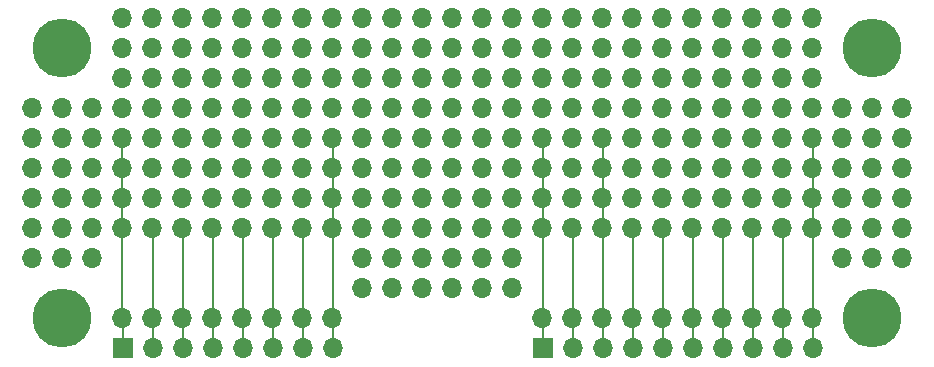
<source format=gbr>
%TF.GenerationSoftware,KiCad,Pcbnew,8.0.4*%
%TF.CreationDate,2024-10-06T22:56:44+03:00*%
%TF.ProjectId,Flipper Zero Protoboard mini,466c6970-7065-4722-905a-65726f205072,rev?*%
%TF.SameCoordinates,Original*%
%TF.FileFunction,Copper,L1,Top*%
%TF.FilePolarity,Positive*%
%FSLAX46Y46*%
G04 Gerber Fmt 4.6, Leading zero omitted, Abs format (unit mm)*
G04 Created by KiCad (PCBNEW 8.0.4) date 2024-10-06 22:56:44*
%MOMM*%
%LPD*%
G01*
G04 APERTURE LIST*
%TA.AperFunction,ComponentPad*%
%ADD10O,5.000000X5.000000*%
%TD*%
%TA.AperFunction,ComponentPad*%
%ADD11R,1.700000X1.700000*%
%TD*%
%TA.AperFunction,ComponentPad*%
%ADD12O,1.700000X1.700000*%
%TD*%
%TA.AperFunction,Conductor*%
%ADD13C,0.200000*%
%TD*%
G04 APERTURE END LIST*
D10*
%TO.P,,1*%
%TO.N,N/C*%
X119715000Y-79290000D03*
%TD*%
%TO.P,,1*%
%TO.N,N/C*%
X119715000Y-56450000D03*
%TD*%
%TO.P,,1*%
%TO.N,N/C*%
X51135000Y-56450000D03*
%TD*%
%TO.P,,1*%
%TO.N,N/C*%
X51135000Y-79290000D03*
%TD*%
D11*
%TO.P,REF\u002A\u002A,1*%
%TO.N,N/C*%
X91800000Y-81830000D03*
D12*
%TO.P,REF\u002A\u002A,2*%
X94340000Y-81830000D03*
%TO.P,REF\u002A\u002A,3*%
X96880000Y-81830000D03*
%TO.P,REF\u002A\u002A,4*%
X99420000Y-81830000D03*
%TO.P,REF\u002A\u002A,5*%
X101960000Y-81830000D03*
%TO.P,REF\u002A\u002A,6*%
X104500000Y-81830000D03*
%TO.P,REF\u002A\u002A,7*%
X107040000Y-81830000D03*
%TO.P,REF\u002A\u002A,8*%
X109580000Y-81830000D03*
%TO.P,REF\u002A\u002A,9*%
X112120000Y-81830000D03*
%TO.P,REF\u002A\u002A,10*%
X114660000Y-81830000D03*
%TD*%
D11*
%TO.P,REF\u002A\u002A,1*%
%TO.N,N/C*%
X56240000Y-81830000D03*
D12*
%TO.P,REF\u002A\u002A,2*%
X58780000Y-81830000D03*
%TO.P,REF\u002A\u002A,3*%
X61320000Y-81830000D03*
%TO.P,REF\u002A\u002A,4*%
X63860000Y-81830000D03*
%TO.P,REF\u002A\u002A,5*%
X66400000Y-81830000D03*
%TO.P,REF\u002A\u002A,6*%
X68940000Y-81830000D03*
%TO.P,REF\u002A\u002A,7*%
X71480000Y-81830000D03*
%TO.P,REF\u002A\u002A,8*%
X74020000Y-81830000D03*
%TD*%
%TO.P,REF\u002A\u002A4,1*%
%TO.N,N/C*%
X66375000Y-53910000D03*
%TD*%
%TO.P,REF\u002A\u002A6,1*%
%TO.N,N/C*%
X71455000Y-53910000D03*
%TD*%
%TO.P,REF\u002A\u002A18,1*%
%TO.N,N/C*%
X101935000Y-53910000D03*
%TD*%
%TO.P,REF\u002A\u002A5,1*%
%TO.N,N/C*%
X68915000Y-53910000D03*
%TD*%
%TO.P,REF\u002A\u002A,1*%
%TO.N,N/C*%
X56215000Y-53910000D03*
%TD*%
%TO.P,REF\u002A\u002A17,1*%
%TO.N,N/C*%
X99395000Y-53910000D03*
%TD*%
%TO.P,REF\u002A\u002A2,1*%
%TO.N,N/C*%
X61295000Y-53910000D03*
%TD*%
%TO.P,REF\u002A\u002A22,1*%
%TO.N,N/C*%
X112095000Y-53910000D03*
%TD*%
%TO.P,REF\u002A\u002A1,1*%
%TO.N,N/C*%
X58755000Y-53910000D03*
%TD*%
%TO.P,REF\u002A\u002A7,1*%
%TO.N,N/C*%
X73995000Y-53910000D03*
%TD*%
%TO.P,REF\u002A\u002A20,1*%
%TO.N,N/C*%
X107015000Y-53910000D03*
%TD*%
%TO.P,REF\u002A\u002A10,1*%
%TO.N,N/C*%
X81615000Y-53910000D03*
%TD*%
%TO.P,REF\u002A\u002A9,1*%
%TO.N,N/C*%
X79075000Y-53910000D03*
%TD*%
%TO.P,REF\u002A\u002A13,1*%
%TO.N,N/C*%
X89235000Y-53910000D03*
%TD*%
%TO.P,REF\u002A\u002A11,1*%
%TO.N,N/C*%
X84155000Y-53910000D03*
%TD*%
%TO.P,REF\u002A\u002A3,1*%
%TO.N,N/C*%
X63835000Y-53910000D03*
%TD*%
%TO.P,REF\u002A\u002A8,1*%
%TO.N,N/C*%
X76535000Y-53910000D03*
%TD*%
%TO.P,REF\u002A\u002A23,1*%
%TO.N,N/C*%
X114635000Y-53910000D03*
%TD*%
%TO.P,REF\u002A\u002A19,1*%
%TO.N,N/C*%
X104475000Y-53910000D03*
%TD*%
%TO.P,REF\u002A\u002A14,1*%
%TO.N,N/C*%
X91775000Y-53910000D03*
%TD*%
%TO.P,REF\u002A\u002A15,1*%
%TO.N,N/C*%
X94315000Y-53910000D03*
%TD*%
%TO.P,REF\u002A\u002A21,1*%
%TO.N,N/C*%
X109555000Y-53910000D03*
%TD*%
%TO.P,REF\u002A\u002A16,1*%
%TO.N,N/C*%
X96855000Y-53910000D03*
%TD*%
%TO.P,REF\u002A\u002A12,1*%
%TO.N,N/C*%
X86695000Y-53910000D03*
%TD*%
%TO.P,REF\u002A\u002A4,1*%
%TO.N,N/C*%
X66375000Y-56450000D03*
%TD*%
%TO.P,REF\u002A\u002A6,1*%
%TO.N,N/C*%
X71455000Y-56450000D03*
%TD*%
%TO.P,REF\u002A\u002A18,1*%
%TO.N,N/C*%
X101935000Y-56450000D03*
%TD*%
%TO.P,REF\u002A\u002A5,1*%
%TO.N,N/C*%
X68915000Y-56450000D03*
%TD*%
%TO.P,REF\u002A\u002A,1*%
%TO.N,N/C*%
X56215000Y-56450000D03*
%TD*%
%TO.P,REF\u002A\u002A17,1*%
%TO.N,N/C*%
X99395000Y-56450000D03*
%TD*%
%TO.P,REF\u002A\u002A2,1*%
%TO.N,N/C*%
X61295000Y-56450000D03*
%TD*%
%TO.P,REF\u002A\u002A22,1*%
%TO.N,N/C*%
X112095000Y-56450000D03*
%TD*%
%TO.P,REF\u002A\u002A1,1*%
%TO.N,N/C*%
X58755000Y-56450000D03*
%TD*%
%TO.P,REF\u002A\u002A7,1*%
%TO.N,N/C*%
X73995000Y-56450000D03*
%TD*%
%TO.P,REF\u002A\u002A20,1*%
%TO.N,N/C*%
X107015000Y-56450000D03*
%TD*%
%TO.P,REF\u002A\u002A10,1*%
%TO.N,N/C*%
X81615000Y-56450000D03*
%TD*%
%TO.P,REF\u002A\u002A9,1*%
%TO.N,N/C*%
X79075000Y-56450000D03*
%TD*%
%TO.P,REF\u002A\u002A13,1*%
%TO.N,N/C*%
X89235000Y-56450000D03*
%TD*%
%TO.P,REF\u002A\u002A11,1*%
%TO.N,N/C*%
X84155000Y-56450000D03*
%TD*%
%TO.P,REF\u002A\u002A3,1*%
%TO.N,N/C*%
X63835000Y-56450000D03*
%TD*%
%TO.P,REF\u002A\u002A8,1*%
%TO.N,N/C*%
X76535000Y-56450000D03*
%TD*%
%TO.P,REF\u002A\u002A23,1*%
%TO.N,N/C*%
X114635000Y-56450000D03*
%TD*%
%TO.P,REF\u002A\u002A19,1*%
%TO.N,N/C*%
X104475000Y-56450000D03*
%TD*%
%TO.P,REF\u002A\u002A14,1*%
%TO.N,N/C*%
X91775000Y-56450000D03*
%TD*%
%TO.P,REF\u002A\u002A15,1*%
%TO.N,N/C*%
X94315000Y-56450000D03*
%TD*%
%TO.P,REF\u002A\u002A21,1*%
%TO.N,N/C*%
X109555000Y-56450000D03*
%TD*%
%TO.P,REF\u002A\u002A16,1*%
%TO.N,N/C*%
X96855000Y-56450000D03*
%TD*%
%TO.P,REF\u002A\u002A12,1*%
%TO.N,N/C*%
X86695000Y-56450000D03*
%TD*%
%TO.P,REF\u002A\u002A4,1*%
%TO.N,N/C*%
X66375000Y-58990000D03*
%TD*%
%TO.P,REF\u002A\u002A6,1*%
%TO.N,N/C*%
X71455000Y-58990000D03*
%TD*%
%TO.P,REF\u002A\u002A18,1*%
%TO.N,N/C*%
X101935000Y-58990000D03*
%TD*%
%TO.P,REF\u002A\u002A5,1*%
%TO.N,N/C*%
X68915000Y-58990000D03*
%TD*%
%TO.P,REF\u002A\u002A,1*%
%TO.N,N/C*%
X56215000Y-58990000D03*
%TD*%
%TO.P,REF\u002A\u002A17,1*%
%TO.N,N/C*%
X99395000Y-58990000D03*
%TD*%
%TO.P,REF\u002A\u002A2,1*%
%TO.N,N/C*%
X61295000Y-58990000D03*
%TD*%
%TO.P,REF\u002A\u002A22,1*%
%TO.N,N/C*%
X112095000Y-58990000D03*
%TD*%
%TO.P,REF\u002A\u002A1,1*%
%TO.N,N/C*%
X58755000Y-58990000D03*
%TD*%
%TO.P,REF\u002A\u002A7,1*%
%TO.N,N/C*%
X73995000Y-58990000D03*
%TD*%
%TO.P,REF\u002A\u002A20,1*%
%TO.N,N/C*%
X107015000Y-58990000D03*
%TD*%
%TO.P,REF\u002A\u002A10,1*%
%TO.N,N/C*%
X81615000Y-58990000D03*
%TD*%
%TO.P,REF\u002A\u002A9,1*%
%TO.N,N/C*%
X79075000Y-58990000D03*
%TD*%
%TO.P,REF\u002A\u002A13,1*%
%TO.N,N/C*%
X89235000Y-58990000D03*
%TD*%
%TO.P,REF\u002A\u002A11,1*%
%TO.N,N/C*%
X84155000Y-58990000D03*
%TD*%
%TO.P,REF\u002A\u002A3,1*%
%TO.N,N/C*%
X63835000Y-58990000D03*
%TD*%
%TO.P,REF\u002A\u002A8,1*%
%TO.N,N/C*%
X76535000Y-58990000D03*
%TD*%
%TO.P,REF\u002A\u002A23,1*%
%TO.N,N/C*%
X114635000Y-58990000D03*
%TD*%
%TO.P,REF\u002A\u002A19,1*%
%TO.N,N/C*%
X104475000Y-58990000D03*
%TD*%
%TO.P,REF\u002A\u002A14,1*%
%TO.N,N/C*%
X91775000Y-58990000D03*
%TD*%
%TO.P,REF\u002A\u002A15,1*%
%TO.N,N/C*%
X94315000Y-58990000D03*
%TD*%
%TO.P,REF\u002A\u002A21,1*%
%TO.N,N/C*%
X109555000Y-58990000D03*
%TD*%
%TO.P,REF\u002A\u002A16,1*%
%TO.N,N/C*%
X96855000Y-58990000D03*
%TD*%
%TO.P,REF\u002A\u002A12,1*%
%TO.N,N/C*%
X86695000Y-58990000D03*
%TD*%
%TO.P,REF\u002A\u002A6,1*%
%TO.N,N/C*%
X71455000Y-61530000D03*
%TD*%
%TO.P,REF\u002A\u002A1,1*%
%TO.N,N/C*%
X58755000Y-61530000D03*
%TD*%
%TO.P,REF\u002A\u002A5,1*%
%TO.N,N/C*%
X68915000Y-61530000D03*
%TD*%
%TO.P,REF\u002A\u002A,1*%
%TO.N,N/C*%
X56215000Y-61530000D03*
%TD*%
%TO.P,REF\u002A\u002A7,1*%
%TO.N,N/C*%
X73995000Y-61530000D03*
%TD*%
%TO.P,REF\u002A\u002A4,1*%
%TO.N,N/C*%
X66375000Y-61530000D03*
%TD*%
%TO.P,REF\u002A\u002A2,1*%
%TO.N,N/C*%
X61295000Y-61530000D03*
%TD*%
%TO.P,REF\u002A\u002A17,1*%
%TO.N,N/C*%
X99395000Y-61530000D03*
%TD*%
%TO.P,REF\u002A\u002A20,1*%
%TO.N,N/C*%
X107015000Y-61530000D03*
%TD*%
%TO.P,REF\u002A\u002A18,1*%
%TO.N,N/C*%
X101935000Y-61530000D03*
%TD*%
%TO.P,REF\u002A\u002A22,1*%
%TO.N,N/C*%
X112095000Y-61530000D03*
%TD*%
%TO.P,REF\u002A\u002A19,1*%
%TO.N,N/C*%
X104475000Y-61530000D03*
%TD*%
%TO.P,REF\u002A\u002A14,1*%
%TO.N,N/C*%
X91775000Y-61530000D03*
%TD*%
%TO.P,REF\u002A\u002A15,1*%
%TO.N,N/C*%
X94315000Y-61530000D03*
%TD*%
%TO.P,REF\u002A\u002A23,1*%
%TO.N,N/C*%
X114635000Y-61530000D03*
%TD*%
%TO.P,REF\u002A\u002A21,1*%
%TO.N,N/C*%
X109555000Y-61530000D03*
%TD*%
%TO.P,REF\u002A\u002A10,1*%
%TO.N,N/C*%
X81615000Y-61530000D03*
%TD*%
%TO.P,REF\u002A\u002A16,1*%
%TO.N,N/C*%
X96855000Y-61530000D03*
%TD*%
%TO.P,REF\u002A\u002A9,1*%
%TO.N,N/C*%
X79075000Y-61530000D03*
%TD*%
%TO.P,REF\u002A\u002A13,1*%
%TO.N,N/C*%
X89235000Y-61530000D03*
%TD*%
%TO.P,REF\u002A\u002A12,1*%
%TO.N,N/C*%
X86695000Y-61530000D03*
%TD*%
%TO.P,REF\u002A\u002A8,1*%
%TO.N,N/C*%
X76535000Y-61530000D03*
%TD*%
%TO.P,REF\u002A\u002A11,1*%
%TO.N,N/C*%
X84155000Y-61530000D03*
%TD*%
%TO.P,REF\u002A\u002A,1*%
%TO.N,N/C*%
X117175000Y-61530000D03*
%TD*%
%TO.P,REF\u002A\u002A2,1*%
%TO.N,N/C*%
X122255000Y-61530000D03*
%TD*%
%TO.P,REF\u002A\u002A2,1*%
%TO.N,N/C*%
X53675000Y-61530000D03*
%TD*%
%TO.P,REF\u002A\u002A,1*%
%TO.N,N/C*%
X48595000Y-61530000D03*
%TD*%
%TO.P,REF\u002A\u002A1,1*%
%TO.N,N/C*%
X51135000Y-61530000D03*
%TD*%
%TO.P,REF\u002A\u002A3,1*%
%TO.N,N/C*%
X63835000Y-61530000D03*
%TD*%
%TO.P,REF\u002A\u002A1,1*%
%TO.N,N/C*%
X119715000Y-61530000D03*
%TD*%
%TO.P,REF\u002A\u002A6,1*%
%TO.N,N/C*%
X71455000Y-64070000D03*
%TD*%
%TO.P,REF\u002A\u002A1,1*%
%TO.N,N/C*%
X58755000Y-64070000D03*
%TD*%
%TO.P,REF\u002A\u002A5,1*%
%TO.N,N/C*%
X68915000Y-64070000D03*
%TD*%
%TO.P,REF\u002A\u002A,1*%
%TO.N,N/C*%
X56215000Y-64070000D03*
%TD*%
%TO.P,REF\u002A\u002A7,1*%
%TO.N,N/C*%
X73995000Y-64070000D03*
%TD*%
%TO.P,REF\u002A\u002A4,1*%
%TO.N,N/C*%
X66375000Y-64070000D03*
%TD*%
%TO.P,REF\u002A\u002A2,1*%
%TO.N,N/C*%
X61295000Y-64070000D03*
%TD*%
%TO.P,REF\u002A\u002A17,1*%
%TO.N,N/C*%
X99395000Y-64070000D03*
%TD*%
%TO.P,REF\u002A\u002A20,1*%
%TO.N,N/C*%
X107015000Y-64070000D03*
%TD*%
%TO.P,REF\u002A\u002A18,1*%
%TO.N,N/C*%
X101935000Y-64070000D03*
%TD*%
%TO.P,REF\u002A\u002A22,1*%
%TO.N,N/C*%
X112095000Y-64070000D03*
%TD*%
%TO.P,REF\u002A\u002A19,1*%
%TO.N,N/C*%
X104475000Y-64070000D03*
%TD*%
%TO.P,REF\u002A\u002A14,1*%
%TO.N,N/C*%
X91775000Y-64070000D03*
%TD*%
%TO.P,REF\u002A\u002A15,1*%
%TO.N,N/C*%
X94315000Y-64070000D03*
%TD*%
%TO.P,REF\u002A\u002A23,1*%
%TO.N,N/C*%
X114635000Y-64070000D03*
%TD*%
%TO.P,REF\u002A\u002A21,1*%
%TO.N,N/C*%
X109555000Y-64070000D03*
%TD*%
%TO.P,REF\u002A\u002A10,1*%
%TO.N,N/C*%
X81615000Y-64070000D03*
%TD*%
%TO.P,REF\u002A\u002A16,1*%
%TO.N,N/C*%
X96855000Y-64070000D03*
%TD*%
%TO.P,REF\u002A\u002A9,1*%
%TO.N,N/C*%
X79075000Y-64070000D03*
%TD*%
%TO.P,REF\u002A\u002A13,1*%
%TO.N,N/C*%
X89235000Y-64070000D03*
%TD*%
%TO.P,REF\u002A\u002A12,1*%
%TO.N,N/C*%
X86695000Y-64070000D03*
%TD*%
%TO.P,REF\u002A\u002A8,1*%
%TO.N,N/C*%
X76535000Y-64070000D03*
%TD*%
%TO.P,REF\u002A\u002A11,1*%
%TO.N,N/C*%
X84155000Y-64070000D03*
%TD*%
%TO.P,REF\u002A\u002A,1*%
%TO.N,N/C*%
X117175000Y-64070000D03*
%TD*%
%TO.P,REF\u002A\u002A2,1*%
%TO.N,N/C*%
X122255000Y-64070000D03*
%TD*%
%TO.P,REF\u002A\u002A2,1*%
%TO.N,N/C*%
X53675000Y-64070000D03*
%TD*%
%TO.P,REF\u002A\u002A,1*%
%TO.N,N/C*%
X48595000Y-64070000D03*
%TD*%
%TO.P,REF\u002A\u002A1,1*%
%TO.N,N/C*%
X51135000Y-64070000D03*
%TD*%
%TO.P,REF\u002A\u002A3,1*%
%TO.N,N/C*%
X63835000Y-64070000D03*
%TD*%
%TO.P,REF\u002A\u002A1,1*%
%TO.N,N/C*%
X119715000Y-64070000D03*
%TD*%
%TO.P,REF\u002A\u002A6,1*%
%TO.N,N/C*%
X71455000Y-66610000D03*
%TD*%
%TO.P,REF\u002A\u002A1,1*%
%TO.N,N/C*%
X58755000Y-66610000D03*
%TD*%
%TO.P,REF\u002A\u002A5,1*%
%TO.N,N/C*%
X68915000Y-66610000D03*
%TD*%
%TO.P,REF\u002A\u002A,1*%
%TO.N,N/C*%
X56215000Y-66610000D03*
%TD*%
%TO.P,REF\u002A\u002A7,1*%
%TO.N,N/C*%
X73995000Y-66610000D03*
%TD*%
%TO.P,REF\u002A\u002A4,1*%
%TO.N,N/C*%
X66375000Y-66610000D03*
%TD*%
%TO.P,REF\u002A\u002A2,1*%
%TO.N,N/C*%
X61295000Y-66610000D03*
%TD*%
%TO.P,REF\u002A\u002A17,1*%
%TO.N,N/C*%
X99395000Y-66610000D03*
%TD*%
%TO.P,REF\u002A\u002A20,1*%
%TO.N,N/C*%
X107015000Y-66610000D03*
%TD*%
%TO.P,REF\u002A\u002A18,1*%
%TO.N,N/C*%
X101935000Y-66610000D03*
%TD*%
%TO.P,REF\u002A\u002A22,1*%
%TO.N,N/C*%
X112095000Y-66610000D03*
%TD*%
%TO.P,REF\u002A\u002A19,1*%
%TO.N,N/C*%
X104475000Y-66610000D03*
%TD*%
%TO.P,REF\u002A\u002A14,1*%
%TO.N,N/C*%
X91775000Y-66610000D03*
%TD*%
%TO.P,REF\u002A\u002A15,1*%
%TO.N,N/C*%
X94315000Y-66610000D03*
%TD*%
%TO.P,REF\u002A\u002A23,1*%
%TO.N,N/C*%
X114635000Y-66610000D03*
%TD*%
%TO.P,REF\u002A\u002A21,1*%
%TO.N,N/C*%
X109555000Y-66610000D03*
%TD*%
%TO.P,REF\u002A\u002A10,1*%
%TO.N,N/C*%
X81615000Y-66610000D03*
%TD*%
%TO.P,REF\u002A\u002A16,1*%
%TO.N,N/C*%
X96855000Y-66610000D03*
%TD*%
%TO.P,REF\u002A\u002A9,1*%
%TO.N,N/C*%
X79075000Y-66610000D03*
%TD*%
%TO.P,REF\u002A\u002A13,1*%
%TO.N,N/C*%
X89235000Y-66610000D03*
%TD*%
%TO.P,REF\u002A\u002A12,1*%
%TO.N,N/C*%
X86695000Y-66610000D03*
%TD*%
%TO.P,REF\u002A\u002A8,1*%
%TO.N,N/C*%
X76535000Y-66610000D03*
%TD*%
%TO.P,REF\u002A\u002A11,1*%
%TO.N,N/C*%
X84155000Y-66610000D03*
%TD*%
%TO.P,REF\u002A\u002A,1*%
%TO.N,N/C*%
X117175000Y-66610000D03*
%TD*%
%TO.P,REF\u002A\u002A2,1*%
%TO.N,N/C*%
X122255000Y-66610000D03*
%TD*%
%TO.P,REF\u002A\u002A2,1*%
%TO.N,N/C*%
X53675000Y-66610000D03*
%TD*%
%TO.P,REF\u002A\u002A,1*%
%TO.N,N/C*%
X48595000Y-66610000D03*
%TD*%
%TO.P,REF\u002A\u002A1,1*%
%TO.N,N/C*%
X51135000Y-66610000D03*
%TD*%
%TO.P,REF\u002A\u002A3,1*%
%TO.N,N/C*%
X63835000Y-66610000D03*
%TD*%
%TO.P,REF\u002A\u002A1,1*%
%TO.N,N/C*%
X119715000Y-66610000D03*
%TD*%
%TO.P,REF\u002A\u002A6,1*%
%TO.N,N/C*%
X71455000Y-69150000D03*
%TD*%
%TO.P,REF\u002A\u002A1,1*%
%TO.N,N/C*%
X58755000Y-69150000D03*
%TD*%
%TO.P,REF\u002A\u002A5,1*%
%TO.N,N/C*%
X68915000Y-69150000D03*
%TD*%
%TO.P,REF\u002A\u002A,1*%
%TO.N,N/C*%
X56215000Y-69150000D03*
%TD*%
%TO.P,REF\u002A\u002A7,1*%
%TO.N,N/C*%
X73995000Y-69150000D03*
%TD*%
%TO.P,REF\u002A\u002A4,1*%
%TO.N,N/C*%
X66375000Y-69150000D03*
%TD*%
%TO.P,REF\u002A\u002A2,1*%
%TO.N,N/C*%
X61295000Y-69150000D03*
%TD*%
%TO.P,REF\u002A\u002A17,1*%
%TO.N,N/C*%
X99395000Y-69150000D03*
%TD*%
%TO.P,REF\u002A\u002A20,1*%
%TO.N,N/C*%
X107015000Y-69150000D03*
%TD*%
%TO.P,REF\u002A\u002A18,1*%
%TO.N,N/C*%
X101935000Y-69150000D03*
%TD*%
%TO.P,REF\u002A\u002A22,1*%
%TO.N,N/C*%
X112095000Y-69150000D03*
%TD*%
%TO.P,REF\u002A\u002A19,1*%
%TO.N,N/C*%
X104475000Y-69150000D03*
%TD*%
%TO.P,REF\u002A\u002A14,1*%
%TO.N,N/C*%
X91775000Y-69150000D03*
%TD*%
%TO.P,REF\u002A\u002A15,1*%
%TO.N,N/C*%
X94315000Y-69150000D03*
%TD*%
%TO.P,REF\u002A\u002A23,1*%
%TO.N,N/C*%
X114635000Y-69150000D03*
%TD*%
%TO.P,REF\u002A\u002A21,1*%
%TO.N,N/C*%
X109555000Y-69150000D03*
%TD*%
%TO.P,REF\u002A\u002A10,1*%
%TO.N,N/C*%
X81615000Y-69150000D03*
%TD*%
%TO.P,REF\u002A\u002A16,1*%
%TO.N,N/C*%
X96855000Y-69150000D03*
%TD*%
%TO.P,REF\u002A\u002A9,1*%
%TO.N,N/C*%
X79075000Y-69150000D03*
%TD*%
%TO.P,REF\u002A\u002A13,1*%
%TO.N,N/C*%
X89235000Y-69150000D03*
%TD*%
%TO.P,REF\u002A\u002A12,1*%
%TO.N,N/C*%
X86695000Y-69150000D03*
%TD*%
%TO.P,REF\u002A\u002A8,1*%
%TO.N,N/C*%
X76535000Y-69150000D03*
%TD*%
%TO.P,REF\u002A\u002A11,1*%
%TO.N,N/C*%
X84155000Y-69150000D03*
%TD*%
%TO.P,REF\u002A\u002A,1*%
%TO.N,N/C*%
X117175000Y-69150000D03*
%TD*%
%TO.P,REF\u002A\u002A2,1*%
%TO.N,N/C*%
X122255000Y-69150000D03*
%TD*%
%TO.P,REF\u002A\u002A2,1*%
%TO.N,N/C*%
X53675000Y-69150000D03*
%TD*%
%TO.P,REF\u002A\u002A,1*%
%TO.N,N/C*%
X48595000Y-69150000D03*
%TD*%
%TO.P,REF\u002A\u002A1,1*%
%TO.N,N/C*%
X51135000Y-69150000D03*
%TD*%
%TO.P,REF\u002A\u002A3,1*%
%TO.N,N/C*%
X63835000Y-69150000D03*
%TD*%
%TO.P,REF\u002A\u002A1,1*%
%TO.N,N/C*%
X119715000Y-69150000D03*
%TD*%
%TO.P,REF\u002A\u002A2,1*%
%TO.N,N/C*%
X122255000Y-74230000D03*
%TD*%
%TO.P,REF\u002A\u002A,1*%
%TO.N,N/C*%
X117175000Y-74230000D03*
%TD*%
%TO.P,REF\u002A\u002A1,1*%
%TO.N,N/C*%
X119715000Y-74230000D03*
%TD*%
%TO.P,REF\u002A\u002A2,1*%
%TO.N,N/C*%
X53675000Y-74230000D03*
%TD*%
%TO.P,REF\u002A\u002A,1*%
%TO.N,N/C*%
X48595000Y-74230000D03*
%TD*%
%TO.P,REF\u002A\u002A1,1*%
%TO.N,N/C*%
X51135000Y-74230000D03*
%TD*%
%TO.P,REF\u002A\u002A2,1*%
%TO.N,N/C*%
X122255000Y-71690000D03*
%TD*%
%TO.P,REF\u002A\u002A,1*%
%TO.N,N/C*%
X117175000Y-71690000D03*
%TD*%
%TO.P,REF\u002A\u002A1,1*%
%TO.N,N/C*%
X119715000Y-71690000D03*
%TD*%
%TO.P,REF\u002A\u002A1,1*%
%TO.N,N/C*%
X51135000Y-71690000D03*
%TD*%
%TO.P,REF\u002A\u002A,1*%
%TO.N,N/C*%
X48595000Y-71690000D03*
%TD*%
%TO.P,REF\u002A\u002A2,1*%
%TO.N,N/C*%
X53675000Y-71690000D03*
%TD*%
%TO.P,REF\u002A\u002A3,1*%
%TO.N,N/C*%
X63835000Y-71690000D03*
%TD*%
%TO.P,REF\u002A\u002A4,1*%
%TO.N,N/C*%
X66375000Y-71690000D03*
%TD*%
%TO.P,REF\u002A\u002A2,1*%
%TO.N,N/C*%
X61295000Y-71690000D03*
%TD*%
%TO.P,REF\u002A\u002A7,1*%
%TO.N,N/C*%
X73995000Y-71690000D03*
%TD*%
%TO.P,REF\u002A\u002A6,1*%
%TO.N,N/C*%
X71455000Y-71690000D03*
%TD*%
%TO.P,REF\u002A\u002A1,1*%
%TO.N,N/C*%
X58755000Y-71690000D03*
%TD*%
%TO.P,REF\u002A\u002A5,1*%
%TO.N,N/C*%
X68915000Y-71690000D03*
%TD*%
%TO.P,REF\u002A\u002A,1*%
%TO.N,N/C*%
X56215000Y-71690000D03*
%TD*%
%TO.P,REF\u002A\u002A22,1*%
%TO.N,N/C*%
X112095000Y-71690000D03*
%TD*%
%TO.P,REF\u002A\u002A21,1*%
%TO.N,N/C*%
X109555000Y-71690000D03*
%TD*%
%TO.P,REF\u002A\u002A20,1*%
%TO.N,N/C*%
X107015000Y-71690000D03*
%TD*%
%TO.P,REF\u002A\u002A19,1*%
%TO.N,N/C*%
X104475000Y-71690000D03*
%TD*%
%TO.P,REF\u002A\u002A18,1*%
%TO.N,N/C*%
X101935000Y-71690000D03*
%TD*%
%TO.P,REF\u002A\u002A17,1*%
%TO.N,N/C*%
X99395000Y-71690000D03*
%TD*%
%TO.P,REF\u002A\u002A16,1*%
%TO.N,N/C*%
X96855000Y-71690000D03*
%TD*%
%TO.P,REF\u002A\u002A14,1*%
%TO.N,N/C*%
X91775000Y-71690000D03*
%TD*%
%TO.P,REF\u002A\u002A15,1*%
%TO.N,N/C*%
X94315000Y-71690000D03*
%TD*%
%TO.P,REF\u002A\u002A23,1*%
%TO.N,N/C*%
X114635000Y-71690000D03*
%TD*%
%TO.P,REF\u002A\u002A10,1*%
%TO.N,N/C*%
X81615000Y-71690000D03*
%TD*%
%TO.P,REF\u002A\u002A11,1*%
%TO.N,N/C*%
X84155000Y-71690000D03*
%TD*%
%TO.P,REF\u002A\u002A13,1*%
%TO.N,N/C*%
X89235000Y-71690000D03*
%TD*%
%TO.P,REF\u002A\u002A9,1*%
%TO.N,N/C*%
X79075000Y-71690000D03*
%TD*%
%TO.P,REF\u002A\u002A8,1*%
%TO.N,N/C*%
X76535000Y-71690000D03*
%TD*%
%TO.P,REF\u002A\u002A12,1*%
%TO.N,N/C*%
X86695000Y-71690000D03*
%TD*%
%TO.P,REF\u002A\u002A9,1*%
%TO.N,N/C*%
X79075000Y-74230000D03*
%TD*%
%TO.P,REF\u002A\u002A8,1*%
%TO.N,N/C*%
X76535000Y-74230000D03*
%TD*%
%TO.P,REF\u002A\u002A13,1*%
%TO.N,N/C*%
X89235000Y-74230000D03*
%TD*%
%TO.P,REF\u002A\u002A12,1*%
%TO.N,N/C*%
X86695000Y-74230000D03*
%TD*%
%TO.P,REF\u002A\u002A10,1*%
%TO.N,N/C*%
X81615000Y-74230000D03*
%TD*%
%TO.P,REF\u002A\u002A11,1*%
%TO.N,N/C*%
X84155000Y-74230000D03*
%TD*%
%TO.P,REF\u002A\u002A23,1*%
%TO.N,N/C*%
X114635000Y-79290000D03*
%TD*%
%TO.P,REF\u002A\u002A22,1*%
%TO.N,N/C*%
X112095000Y-79290000D03*
%TD*%
%TO.P,REF\u002A\u002A21,1*%
%TO.N,N/C*%
X109555000Y-79290000D03*
%TD*%
%TO.P,REF\u002A\u002A20,1*%
%TO.N,N/C*%
X107015000Y-79290000D03*
%TD*%
%TO.P,REF\u002A\u002A19,1*%
%TO.N,N/C*%
X104475000Y-79290000D03*
%TD*%
%TO.P,REF\u002A\u002A18,1*%
%TO.N,N/C*%
X101935000Y-79290000D03*
%TD*%
%TO.P,REF\u002A\u002A17,1*%
%TO.N,N/C*%
X99395000Y-79290000D03*
%TD*%
%TO.P,REF\u002A\u002A16,1*%
%TO.N,N/C*%
X96855000Y-79290000D03*
%TD*%
%TO.P,REF\u002A\u002A15,1*%
%TO.N,N/C*%
X94315000Y-79290000D03*
%TD*%
%TO.P,REF\u002A\u002A14,1*%
%TO.N,N/C*%
X91775000Y-79290000D03*
%TD*%
%TO.P,REF\u002A\u002A13,1*%
%TO.N,N/C*%
X89235000Y-76770000D03*
%TD*%
%TO.P,REF\u002A\u002A12,1*%
%TO.N,N/C*%
X86695000Y-76770000D03*
%TD*%
%TO.P,REF\u002A\u002A11,1*%
%TO.N,N/C*%
X84155000Y-76770000D03*
%TD*%
%TO.P,REF\u002A\u002A10,1*%
%TO.N,N/C*%
X81615000Y-76770000D03*
%TD*%
%TO.P,REF\u002A\u002A9,1*%
%TO.N,N/C*%
X79075000Y-76770000D03*
%TD*%
%TO.P,REF\u002A\u002A8,1*%
%TO.N,N/C*%
X76535000Y-76770000D03*
%TD*%
%TO.P,REF\u002A\u002A7,1*%
%TO.N,N/C*%
X73995000Y-79290000D03*
%TD*%
%TO.P,REF\u002A\u002A6,1*%
%TO.N,N/C*%
X71455000Y-79290000D03*
%TD*%
%TO.P,REF\u002A\u002A5,1*%
%TO.N,N/C*%
X68915000Y-79290000D03*
%TD*%
%TO.P,REF\u002A\u002A4,1*%
%TO.N,N/C*%
X66375000Y-79290000D03*
%TD*%
%TO.P,REF\u002A\u002A3,1*%
%TO.N,N/C*%
X63835000Y-79290000D03*
%TD*%
%TO.P,REF\u002A\u002A2,1*%
%TO.N,N/C*%
X61295000Y-79290000D03*
%TD*%
%TO.P,REF\u002A\u002A1,1*%
%TO.N,N/C*%
X58755000Y-79290000D03*
%TD*%
%TO.P,REF\u002A\u002A,1*%
%TO.N,N/C*%
X56215000Y-79290000D03*
%TD*%
D13*
%TO.N,*%
X114660000Y-64095000D02*
X114635000Y-64070000D01*
X114660000Y-81830000D02*
X114660000Y-64095000D01*
X112120000Y-71715000D02*
X112095000Y-71690000D01*
X112120000Y-81830000D02*
X112120000Y-71715000D01*
X109580000Y-81830000D02*
X109580000Y-71715000D01*
X109580000Y-71715000D02*
X109555000Y-71690000D01*
X107040000Y-71715000D02*
X107015000Y-71690000D01*
X107040000Y-81830000D02*
X107040000Y-71715000D01*
X104500000Y-71715000D02*
X104475000Y-71690000D01*
X104500000Y-81830000D02*
X104500000Y-71715000D01*
X101960000Y-71715000D02*
X101935000Y-71690000D01*
X101960000Y-81830000D02*
X101960000Y-71715000D01*
X99420000Y-71715000D02*
X99395000Y-71690000D01*
X99420000Y-81830000D02*
X99420000Y-71715000D01*
X96880000Y-81830000D02*
X96880000Y-64095000D01*
X96880000Y-64095000D02*
X96855000Y-64070000D01*
X94340000Y-71715000D02*
X94315000Y-71690000D01*
X94340000Y-81830000D02*
X94340000Y-71715000D01*
X91800000Y-64095000D02*
X91775000Y-64070000D01*
X91800000Y-81830000D02*
X91800000Y-64095000D01*
X74020000Y-64095000D02*
X73995000Y-64070000D01*
X74020000Y-81830000D02*
X74020000Y-64095000D01*
X71480000Y-71715000D02*
X71455000Y-71690000D01*
X71480000Y-81830000D02*
X71480000Y-71715000D01*
X68940000Y-71715000D02*
X68915000Y-71690000D01*
X68940000Y-81830000D02*
X68940000Y-71715000D01*
X66400000Y-71715000D02*
X66375000Y-71690000D01*
X66400000Y-81830000D02*
X66400000Y-71715000D01*
X63860000Y-71715000D02*
X63835000Y-71690000D01*
X63860000Y-81830000D02*
X63860000Y-71715000D01*
X61320000Y-71715000D02*
X61295000Y-71690000D01*
X61320000Y-81830000D02*
X61320000Y-71715000D01*
X58780000Y-71715000D02*
X58755000Y-71690000D01*
X58780000Y-81830000D02*
X58780000Y-71715000D01*
X56215000Y-79290000D02*
X56215000Y-64070000D01*
X56240000Y-79315000D02*
X56215000Y-79290000D01*
X56240000Y-81830000D02*
X56240000Y-79315000D01*
%TD*%
M02*

</source>
